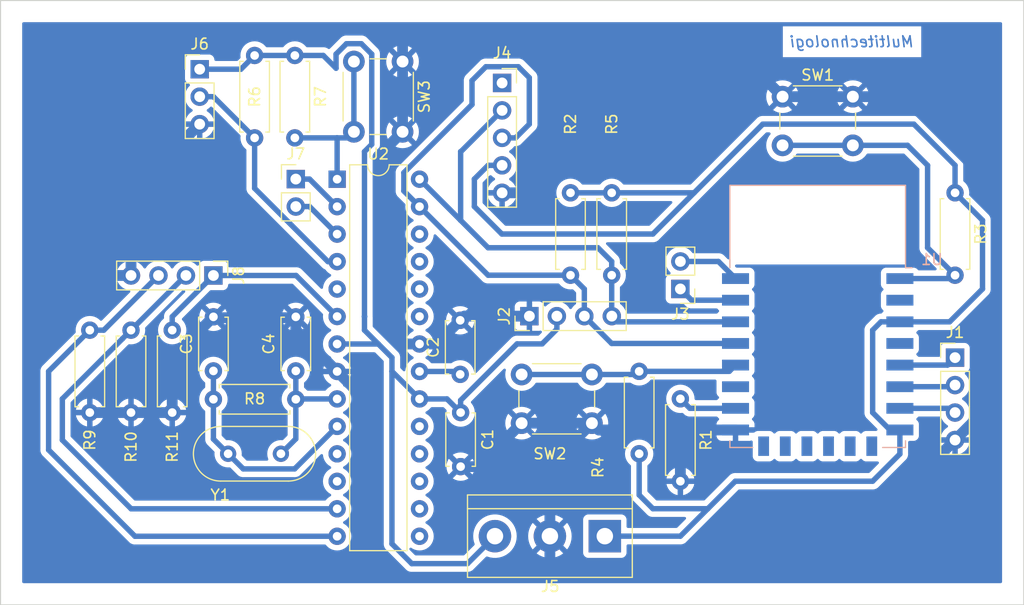
<source format=kicad_pcb>
(kicad_pcb (version 20211014) (generator pcbnew)
  (layers (0 "F.Cu" signal) (31 "B.Cu" signal) (34 "B.Paste" user) (35 "F.Paste" user) (36 "B.SilkS" user "B.Silkscreen") (37 "F.SilkS" user "F.Silkscreen") (38 "B.Mask" user) (39 "F.Mask" user) (44 "Edge.Cuts" user))
  (net 0 "")
  (net 1 "+5V")
  (net 2 "GND")
  (net 3 "Net-(C2-Pad1)")
  (net 4 "Net-(C3-Pad1)")
  (net 5 "Net-(C4-Pad1)")
  (net 6 "/UP")
  (net 7 "/DOWN")
  (net 8 "/SET")
  (net 9 "/SDA")
  (net 10 "/SCL")
  (net 11 "/OS")
  (net 12 "+3.3V")
  (net 13 "/DQ")
  (net 14 "/CH1")
  (net 15 "/CH2")
  (net 16 "/CH3")
  (net 17 "/RX_ESP")
  (net 18 "/TX_ESP")
  (net 19 "Net-(R1-Pad1)")
  (net 20 "Net-(R3-Pad2)")
  (net 21 "Net-(R4-Pad2)")
  (net 22 "Net-(R7-Pad2)")
  (net 44 "/RX_ATMega")
  (net 45 "/TX_ATMega")
  (footprint "Connector_PinHeader_2.54mm:PinHeader_1x02_P2.54mm_Vertical" (layer "F.Cu") (at 81.915 45.72 180)
    (fp_text reference "J3" (at 0 -2.33 180) (layer "F.SilkS"))
    (fp_text value "Serial ESP")
    (fp_line (start -1.33 1.27) (end 1.33 1.27) (layer "F.SilkS") (width 0.12))
    (fp_line (start 1.33 1.27) (end 1.33 3.87) (layer "F.SilkS") (width 0.12))
    (fp_line (start -1.33 0) (end -1.33 -1.33) (layer "F.SilkS") (width 0.12))
    (fp_line (start -1.33 3.87) (end 1.33 3.87) (layer "F.SilkS") (width 0.12))
    (fp_line (start -1.33 -1.33) (end 0 -1.33) (layer "F.SilkS") (width 0.12))
    (fp_line (start -1.33 1.27) (end -1.33 3.87) (layer "F.SilkS") (width 0.12))
    (pad "1" thru_hole rect (at 0 0 180) (size 1.7 1.7) (drill 1) (layers *.Cu *.Mask) (net 18 "/TX_ESP"))
    (pad "2" thru_hole oval (at 0 2.54 180) (size 1.7 1.7) (drill 1) (layers *.Cu *.Mask) (net 17 "/RX_ESP"))
  )
  (footprint "Button_Switch_THT:SW_PUSH_6mm" (layer "F.Cu") (at 73.735 58.13 180)
    (fp_text reference "SW2" (at 3.885 -2.83) (layer "F.SilkS"))
    (fp_text value "UART")
    (fp_line (start 1 5.5) (end 5.5 5.5) (layer "F.SilkS") (width 0.12))
    (fp_line (start 6.75 3) (end 6.75 1.5) (layer "F.SilkS") (width 0.12))
    (fp_line (start -0.25 1.5) (end -0.25 3) (layer "F.SilkS") (width 0.12))
    (fp_line (start 5.5 -1) (end 1 -1) (layer "F.SilkS") (width 0.12))
    (pad "1" thru_hole circle (at 0 0 270) (size 2 2) (drill 1.1) (layers *.Cu *.Mask) (net 2 "GND"))
    (pad "1" thru_hole circle (at 6.5 0 270) (size 2 2) (drill 1.1) (layers *.Cu *.Mask) (net 2 "GND"))
    (pad "2" thru_hole circle (at 6.5 4.5 270) (size 2 2) (drill 1.1) (layers *.Cu *.Mask) (net 21 "Net-(R4-Pad2)"))
    (pad "2" thru_hole circle (at 0 4.5 270) (size 2 2) (drill 1.1) (layers *.Cu *.Mask) (net 21 "Net-(R4-Pad2)"))
  )
  (footprint "Capacitor_THT:C_Disc_D4.7mm_W2.5mm_P5.00mm" (layer "F.Cu") (at 38.735 53.3 90)
    (fp_text reference "C3" (at 2.5 -2.5 90) (layer "F.SilkS"))
    (fp_text value "22pf")
    (fp_line (start 0.03 1.055) (end 0.03 1.37) (layer "F.SilkS") (width 0.12))
    (fp_line (start 4.97 1.055) (end 4.97 1.37) (layer "F.SilkS") (width 0.12))
    (fp_line (start 0.03 1.37) (end 4.97 1.37) (layer "F.SilkS") (width 0.12))
    (fp_line (start 0.03 -1.37) (end 0.03 -1.055) (layer "F.SilkS") (width 0.12))
    (fp_line (start 0.03 -1.37) (end 4.97 -1.37) (layer "F.SilkS") (width 0.12))
    (fp_line (start 4.97 -1.37) (end 4.97 -1.055) (layer "F.SilkS") (width 0.12))
    (pad "1" thru_hole circle (at 0 0 90) (size 1.6 1.6) (drill 0.8) (layers *.Cu *.Mask) (net 4 "Net-(C3-Pad1)"))
    (pad "2" thru_hole circle (at 5 0 90) (size 1.6 1.6) (drill 0.8) (layers *.Cu *.Mask) (net 2 "GND"))
  )
  (footprint "Button_Switch_THT:SW_PUSH_6mm" (layer "F.Cu") (at 91.365 27.94)
    (fp_text reference "SW1" (at 3.25 -2) (layer "F.SilkS"))
    (fp_text value "Reset ESP")
    (fp_line (start 6.75 3) (end 6.75 1.5) (layer "F.SilkS") (width 0.12))
    (fp_line (start -0.25 1.5) (end -0.25 3) (layer "F.SilkS") (width 0.12))
    (fp_line (start 5.5 -1) (end 1 -1) (layer "F.SilkS") (width 0.12))
    (fp_line (start 1 5.5) (end 5.5 5.5) (layer "F.SilkS") (width 0.12))
    (pad "1" thru_hole circle (at 6.5 0 90) (size 2 2) (drill 1.1) (layers *.Cu *.Mask) (net 2 "GND"))
    (pad "1" thru_hole circle (at 0 0 90) (size 2 2) (drill 1.1) (layers *.Cu *.Mask) (net 2 "GND"))
    (pad "2" thru_hole circle (at 6.5 4.5 90) (size 2 2) (drill 1.1) (layers *.Cu *.Mask) (net 20 "Net-(R3-Pad2)"))
    (pad "2" thru_hole circle (at 0 4.5 90) (size 2 2) (drill 1.1) (layers *.Cu *.Mask) (net 20 "Net-(R3-Pad2)"))
  )
  (footprint "Connector_PinSocket_2.54mm:PinSocket_1x05_P2.54mm_Vertical" (layer "F.Cu") (at 65.43 26.67)
    (fp_text reference "J4" (at 0 -2.77) (layer "F.SilkS"))
    (fp_text value "RTC DS1307")
    (fp_line (start 1.33 -1.33) (end 1.33 0) (layer "F.SilkS") (width 0.12))
    (fp_line (start -1.33 1.27) (end 1.33 1.27) (layer "F.SilkS") (width 0.12))
    (fp_line (start -1.33 11.49) (end 1.33 11.49) (layer "F.SilkS") (width 0.12))
    (fp_line (start 1.33 1.27) (end 1.33 11.49) (layer "F.SilkS") (width 0.12))
    (fp_line (start -1.33 1.27) (end -1.33 11.49) (layer "F.SilkS") (width 0.12))
    (fp_line (start 0 -1.33) (end 1.33 -1.33) (layer "F.SilkS") (width 0.12))
    (pad "1" thru_hole rect (at 0 0) (size 1.7 1.7) (drill 1) (layers *.Cu *.Mask) (net 11 "/OS"))
    (pad "2" thru_hole oval (at 0 2.54) (size 1.7 1.7) (drill 1) (layers *.Cu *.Mask) (net 10 "/SCL"))
    (pad "3" thru_hole oval (at 0 5.08) (size 1.7 1.7) (drill 1) (layers *.Cu *.Mask) (net 9 "/SDA"))
    (pad "4" thru_hole oval (at 0 7.62) (size 1.7 1.7) (drill 1) (layers *.Cu *.Mask) (net 12 "+3.3V"))
    (pad "5" thru_hole oval (at 0 10.16) (size 1.7 1.7) (drill 1) (layers *.Cu *.Mask) (net 2 "GND"))
  )
  (footprint "Resistor_THT:R_Axial_DIN0207_L6.3mm_D2.5mm_P7.62mm_Horizontal" (layer "F.Cu") (at 107.315 36.83 -90)
    (fp_text reference "R3" (at 3.81 -2.37 -270) (layer "F.SilkS"))
    (fp_text value "4,7k")
    (fp_line (start 0.54 1.37) (end 7.08 1.37) (layer "F.SilkS") (width 0.12))
    (fp_line (start 0.54 -1.04) (end 0.54 -1.37) (layer "F.SilkS") (width 0.12))
    (fp_line (start 7.08 -1.37) (end 7.08 -1.04) (layer "F.SilkS") (width 0.12))
    (fp_line (start 0.54 1.04) (end 0.54 1.37) (layer "F.SilkS") (width 0.12))
    (fp_line (start 0.54 -1.37) (end 7.08 -1.37) (layer "F.SilkS") (width 0.12))
    (fp_line (start 7.08 1.37) (end 7.08 1.04) (layer "F.SilkS") (width 0.12))
    (pad "1" thru_hole circle (at 0 0 270) (size 1.6 1.6) (drill 0.8) (layers *.Cu *.Mask) (net 12 "+3.3V"))
    (pad "2" thru_hole oval (at 7.62 0 270) (size 1.6 1.6) (drill 0.8) (layers *.Cu *.Mask) (net 20 "Net-(R3-Pad2)"))
  )
  (footprint "Resistor_THT:R_Axial_DIN0207_L6.3mm_D2.5mm_P7.62mm_Horizontal" (layer "F.Cu") (at 27.305 49.53 -90)
    (fp_text reference "R9" (at 10.16 0 90) (layer "F.SilkS"))
    (fp_text value "4.7k")
    (fp_line (start 7.08 -1.37) (end 7.08 -1.04) (layer "F.SilkS") (width 0.12))
    (fp_line (start 0.54 -1.04) (end 0.54 -1.37) (layer "F.SilkS") (width 0.12))
    (fp_line (start 0.54 -1.37) (end 7.08 -1.37) (layer "F.SilkS") (width 0.12))
    (fp_line (start 0.54 1.04) (end 0.54 1.37) (layer "F.SilkS") (width 0.12))
    (fp_line (start 7.08 1.37) (end 7.08 1.04) (layer "F.SilkS") (width 0.12))
    (fp_line (start 0.54 1.37) (end 7.08 1.37) (layer "F.SilkS") (width 0.12))
    (pad "1" thru_hole circle (at 0 0 270) (size 1.6 1.6) (drill 0.8) (layers *.Cu *.Mask) (net 16 "/CH3"))
    (pad "2" thru_hole oval (at 7.62 0 270) (size 1.6 1.6) (drill 0.8) (layers *.Cu *.Mask) (net 2 "GND"))
  )
  (footprint "Resistor_THT:R_Axial_DIN0207_L6.3mm_D2.5mm_P7.62mm_Horizontal" (layer "F.Cu") (at 31.115 49.53 -90)
    (fp_text reference "R10" (at 10.795 0 90) (layer "F.SilkS"))
    (fp_text value "4.7k")
    (fp_line (start 0.54 -1.04) (end 0.54 -1.37) (layer "F.SilkS") (width 0.12))
    (fp_line (start 0.54 1.37) (end 7.08 1.37) (layer "F.SilkS") (width 0.12))
    (fp_line (start 7.08 1.37) (end 7.08 1.04) (layer "F.SilkS") (width 0.12))
    (fp_line (start 7.08 -1.37) (end 7.08 -1.04) (layer "F.SilkS") (width 0.12))
    (fp_line (start 0.54 1.04) (end 0.54 1.37) (layer "F.SilkS") (width 0.12))
    (fp_line (start 0.54 -1.37) (end 7.08 -1.37) (layer "F.SilkS") (width 0.12))
    (pad "1" thru_hole circle (at 0 0 270) (size 1.6 1.6) (drill 0.8) (layers *.Cu *.Mask) (net 15 "/CH2"))
    (pad "2" thru_hole oval (at 7.62 0 270) (size 1.6 1.6) (drill 0.8) (layers *.Cu *.Mask) (net 2 "GND"))
  )
  (footprint "Crystal:Crystal_HC49-U_Vertical" (layer "F.Cu") (at 40.095 60.96)
    (fp_text reference "Y1" (at -0.725 3.81) (layer "F.SilkS"))
    (fp_text value "16MHz")
    (fp_line (start -0.685 -2.525) (end 5.565 -2.525) (layer "F.SilkS") (width 0.12))
    (fp_line (start -0.685 2.525) (end 5.565 2.525) (layer "F.SilkS") (width 0.12))
    (fp_arc (start -0.685 2.525) (mid -3.21 0) (end -0.685 -2.525) (layer "F.SilkS") (width 0.12))
    (fp_arc (start 5.565 -2.525) (mid 8.09 0) (end 5.565 2.525) (layer "F.SilkS") (width 0.12))
    (pad "1" thru_hole circle (at 0 0) (size 1.5 1.5) (drill 0.8) (layers *.Cu *.Mask) (net 4 "Net-(C3-Pad1)"))
    (pad "2" thru_hole circle (at 4.88 0) (size 1.5 1.5) (drill 0.8) (layers *.Cu *.Mask) (net 5 "Net-(C4-Pad1)"))
  )
  (footprint "Resistor_THT:R_Axial_DIN0207_L6.3mm_D2.5mm_P7.62mm_Horizontal" (layer "F.Cu") (at 34.925 49.53 -90)
    (fp_text reference "R11" (at 10.795 0 90) (layer "F.SilkS"))
    (fp_text value "4.7k")
    (fp_line (start 0.54 -1.04) (end 0.54 -1.37) (layer "F.SilkS") (width 0.12))
    (fp_line (start 7.08 1.37) (end 7.08 1.04) (layer "F.SilkS") (width 0.12))
    (fp_line (start 0.54 -1.37) (end 7.08 -1.37) (layer "F.SilkS") (width 0.12))
    (fp_line (start 7.08 -1.37) (end 7.08 -1.04) (layer "F.SilkS") (width 0.12))
    (fp_line (start 0.54 1.37) (end 7.08 1.37) (layer "F.SilkS") (width 0.12))
    (fp_line (start 0.54 1.04) (end 0.54 1.37) (layer "F.SilkS") (width 0.12))
    (pad "1" thru_hole circle (at 0 0 270) (size 1.6 1.6) (drill 0.8) (layers *.Cu *.Mask) (net 14 "/CH1"))
    (pad "2" thru_hole oval (at 7.62 0 270) (size 1.6 1.6) (drill 0.8) (layers *.Cu *.Mask) (net 2 "GND"))
  )
  (footprint "Connector_PinHeader_2.54mm:PinHeader_1x04_P2.54mm_Vertical" (layer "F.Cu") (at 107.315 52.07)
    (fp_text reference "J1" (at 0 -2.33) (layer "F.SilkS"))
    (fp_text value "Nav Pin")
    (fp_line (start -1.33 0) (end -1.33 -1.33) (layer "F.SilkS") (width 0.12))
    (fp_line (start -1.33 -1.33) (end 0 -1.33) (layer "F.SilkS") (width 0.12))
    (fp_line (start -1.33 1.27) (end 1.33 1.27) (layer "F.SilkS") (width 0.12))
    (fp_line (start -1.33 8.95) (end 1.33 8.95) (layer "F.SilkS") (width 0.12))
    (fp_line (start -1.33 1.27) (end -1.33 8.95) (layer "F.SilkS") (width 0.12))
    (fp_line (start 1.33 1.27) (end 1.33 8.95) (layer "F.SilkS") (width 0.12))
    (pad "1" thru_hole rect (at 0 0) (size 1.7 1.7) (drill 1) (layers *.Cu *.Mask) (net 6 "/UP"))
    (pad "2" thru_hole oval (at 0 2.54) (size 1.7 1.7) (drill 1) (layers *.Cu *.Mask) (net 7 "/DOWN"))
    (pad "3" thru_hole oval (at 0 5.08) (size 1.7 1.7) (drill 1) (layers *.Cu *.Mask) (net 8 "/SET"))
    (pad "4" thru_hole oval (at 0 7.62) (size 1.7 1.7) (drill 1) (layers *.Cu *.Mask) (net 2 "GND"))
  )
  (footprint "Resistor_THT:R_Axial_DIN0207_L6.3mm_D2.5mm_P7.62mm_Horizontal" (layer "F.Cu") (at 78.105 60.96 90)
    (fp_text reference "R4" (at -1.27 -3.81 90) (layer "F.SilkS"))
    (fp_text value "4,7k")
    (fp_line (start 0.54 -1.37) (end 7.08 -1.37) (layer "F.SilkS") (width 0.12))
    (fp_line (start 7.08 1.37) (end 7.08 1.04) (layer "F.SilkS") (width 0.12))
    (fp_line (start 0.54 -1.04) (end 0.54 -1.37) (layer "F.SilkS") (width 0.12))
    (fp_line (start 0.54 1.04) (end 0.54 1.37) (layer "F.SilkS") (width 0.12))
    (fp_line (start 7.08 -1.37) (end 7.08 -1.04) (layer "F.SilkS") (width 0.12))
    (fp_line (start 0.54 1.37) (end 7.08 1.37) (layer "F.SilkS") (width 0.12))
    (pad "1" thru_hole circle (at 0 0 90) (size 1.6 1.6) (drill 0.8) (layers *.Cu *.Mask) (net 12 "+3.3V"))
    (pad "2" thru_hole oval (at 7.62 0 90) (size 1.6 1.6) (drill 0.8) (layers *.Cu *.Mask) (net 21 "Net-(R4-Pad2)"))
  )
  (footprint "Connector_PinHeader_2.54mm:PinHeader_1x02_P2.54mm_Vertical" (layer "F.Cu") (at 46.355 35.56)
    (fp_text reference "J7" (at 0 -2.33) (layer "F.SilkS"))
    (fp_text value "Serial ATMega")
    (fp_line (start -1.33 1.27) (end -1.33 3.87) (layer "F.SilkS") (width 0.12))
    (fp_line (start -1.33 3.87) (end 1.33 3.87) (layer "F.SilkS") (width 0.12))
    (fp_line (start 1.33 1.27) (end 1.33 3.87) (layer "F.SilkS") (width 0.12))
    (fp_line (start -1.33 1.27) (end 1.33 1.27) (layer "F.SilkS") (width 0.12))
    (fp_line (start -1.33 0) (end -1.33 -1.33) (layer "F.SilkS") (width 0.12))
    (fp_line (start -1.33 -1.33) (end 0 -1.33) (layer "F.SilkS") (width 0.12))
    (pad "1" thru_hole rect (at 0 0) (size 1.7 1.7) (drill 1) (layers *.Cu *.Mask) (net 45 "/TX_ATMega"))
    (pad "2" thru_hole oval (at 0 2.54) (size 1.7 1.7) (drill 1) (layers *.Cu *.Mask) (net 44 "/RX_ATMega"))
  )
  (footprint "Connector_PinHeader_2.54mm:PinHeader_1x04_P2.54mm_Vertical" (layer "F.Cu") (at 67.955 48.235 90)
    (fp_text reference "J2" (at 0 -2.33 90) (layer "F.SilkS"))
    (fp_text value "LCD I2C")
    (fp_line (start -1.33 1.27) (end 1.33 1.27) (layer "F.SilkS") (width 0.12))
    (fp_line (start 1.33 1.27) (end 1.33 8.95) (layer "F.SilkS") (width 0.12))
    (fp_line (start -1.33 -1.33) (end 0 -1.33) (layer "F.SilkS") (width 0.12))
    (fp_line (start -1.33 1.27) (end -1.33 8.95) (layer "F.SilkS") (width 0.12))
    (fp_line (start -1.33 0) (end -1.33 -1.33) (layer "F.SilkS") (width 0.12))
    (fp_line (start -1.33 8.95) (end 1.33 8.95) (layer "F.SilkS") (width 0.12))
    (pad "1" thru_hole rect (at 0 0 90) (size 1.7 1.7) (drill 1) (layers *.Cu *.Mask) (net 2 "GND"))
    (pad "2" thru_hole oval (at 0 2.54 90) (size 1.7 1.7) (drill 1) (layers *.Cu *.Mask) (net 1 "+5V"))
    (pad "3" thru_hole oval (at 0 5.08 90) (size 1.7 1.7) (drill 1) (layers *.Cu *.Mask) (net 9 "/SDA"))
    (pad "4" thru_hole oval (at 0 7.62 90) (size 1.7 1.7) (drill 1) (layers *.Cu *.Mask) (net 10 "/SCL"))
  )
  (footprint "TerminalBlock:TerminalBlock_bornier-3_P5.08mm" (layer "F.Cu") (at 74.93 68.58 180)
    (fp_text reference "J5" (at 5.05 -4.65 180) (layer "F.SilkS"))
    (fp_text value "PWR")
    (fp_line (start -2.54 3.81) (end 12.7 3.81) (layer "F.SilkS") (width 0.12))
    (fp_line (start 12.7 3.81) (end 12.7 -3.81) (layer "F.SilkS") (width 0.12))
    (fp_line (start -2.54 -3.81) (end 12.7 -3.81) (layer "F.SilkS") (width 0.12))
    (fp_line (start -2.54 3.81) (end -2.54 -3.81) (layer "F.SilkS") (width 0.12))
    (fp_line (start -2.54 2.54) (end 12.7 2.54) (layer "F.SilkS") (width 0.12))
    (pad "1" thru_hole rect (at 0 0 180) (size 3 3) (drill 1.52) (layers *.Cu *.Mask) (net 12 "+3.3V"))
    (pad "2" thru_hole circle (at 5.08 0 180) (size 3 3) (drill 1.52) (layers *.Cu *.Mask) (net 2 "GND"))
    (pad "3" thru_hole circle (at 10.16 0 180) (size 3 3) (drill 1.52) (layers *.Cu *.Mask) (net 1 "+5V"))
  )
  (footprint "Resistor_THT:R_Axial_DIN0207_L6.3mm_D2.5mm_P7.62mm_Horizontal" (layer "F.Cu") (at 42.545 31.75 90)
    (fp_text reference "R6" (at 3.81 0 90) (layer "F.SilkS"))
    (fp_text value "4.7k")
    (fp_line (start 7.08 1.37) (end 7.08 1.04) (layer "F.SilkS") (width 0.12))
    (fp_line (start 7.08 -1.37) (end 7.08 -1.04) (layer "F.SilkS") (width 0.12))
    (fp_line (start 0.54 -1.04) (end 0.54 -1.37) (layer "F.SilkS") (width 0.12))
    (fp_line (start 0.54 -1.37) (end 7.08 -1.37) (layer "F.SilkS") (width 0.12))
    (fp_line (start 0.54 1.04) (end 0.54 1.37) (layer "F.SilkS") (width 0.12))
    (fp_line (start 0.54 1.37) (end 7.08 1.37) (layer "F.SilkS") (width 0.12))
    (pad "1" thru_hole circle (at 0 0 90) (size 1.6 1.6) (drill 0.8) (layers *.Cu *.Mask) (net 13 "/DQ"))
    (pad "2" thru_hole oval (at 7.62 0 90) (size 1.6 1.6) (drill 0.8) (layers *.Cu *.Mask) (net 1 "+5V"))
  )
  (footprint "Resistor_THT:R_Axial_DIN0207_L6.3mm_D2.5mm_P7.62mm_Horizontal" (layer "F.Cu") (at 81.915 55.88 -90)
    (fp_text reference "R1" (at 3.81 -2.37 90) (layer "F.SilkS"))
    (fp_text value "4,7k")
    (fp_line (start 0.54 -1.37) (end 7.08 -1.37) (layer "F.SilkS") (width 0.12))
    (fp_line (start 0.54 -1.04) (end 0.54 -1.37) (layer "F.SilkS") (width 0.12))
    (fp_line (start 0.54 1.37) (end 7.08 1.37) (layer "F.SilkS") (width 0.12))
    (fp_line (start 7.08 1.37) (end 7.08 1.04) (layer "F.SilkS") (width 0.12))
    (fp_line (start 7.08 -1.37) (end 7.08 -1.04) (layer "F.SilkS") (width 0.12))
    (fp_line (start 0.54 1.04) (end 0.54 1.37) (layer "F.SilkS") (width 0.12))
    (pad "1" thru_hole circle (at 0 0 270) (size 1.6 1.6) (drill 0.8) (layers *.Cu *.Mask) (net 19 "Net-(R1-Pad1)"))
    (pad "2" thru_hole oval (at 7.62 0 270) (size 1.6 1.6) (drill 0.8) (layers *.Cu *.Mask) (net 2 "GND"))
  )
  (footprint "Package_DIP:DIP-28_W7.62mm" (layer "F.Cu") (at 50.175 35.57)
    (fp_text reference "U2" (at 3.8 -2.33) (layer "F.SilkS"))
    (fp_text value "ATmega328-P")
    (fp_line (start 6.46 34.35) (end 6.46 -1.33) (layer "F.SilkS") (width 0.12))
    (fp_line (start 6.46 -1.33) (end 4.81 -1.33) (layer "F.SilkS") (width 0.12))
    (fp_line (start 1.16 34.35) (end 6.46 34.35) (layer "F.SilkS") (width 0.12))
    (fp_line (start 2.81 -1.33) (end 1.16 -1.33) (layer "F.SilkS") (width 0.12))
    (fp_line (start 1.16 -1.33) (end 1.16 34.35) (layer "F.SilkS") (width 0.12))
    (fp_arc (start 4.81 -1.33) (mid 3.81 -0.33) (end 2.81 -1.33) (layer "F.SilkS") (width 0.12))
    (pad "1" thru_hole rect (at 0 0) (size 1.6 1.6) (drill 0.8) (layers *.Cu *.Mask) (net 22 "Net-(R7-Pad2)"))
    (pad "2" thru_hole oval (at 0 2.54) (size 1.6 1.6) (drill 0.8) (layers *.Cu *.Mask) (net 45 "/TX_ATMega"))
    (pad "3" thru_hole oval (at 0 5.08) (size 1.6 1.6) (drill 0.8) (layers *.Cu *.Mask) (net 44 "/RX_ATMega"))
    (pad "4" thru_hole oval (at 0 7.62) (size 1.6 1.6) (drill 0.8) (layers *.Cu *.Mask) (net 13 "/DQ"))
    (pad "5" thru_hole oval (at 0 10.16) (size 1.6 1.6) (drill 0.8) (layers *.Cu *.Mask))
    (pad "6" thru_hole oval (at 0 12.7) (size 1.6 1.6) (drill 0.8) (layers *.Cu *.Mask) (net 14 "/CH1"))
    (pad "7" thru_hole oval (at 0 15.24) (size 1.6 1.6) (drill 0.8) (layers *.Cu *.Mask) (net 1 "+5V"))
    (pad "8" thru_hole oval (at 0 17.78) (size 1.6 1.6) (drill 0.8) (layers *.Cu *.Mask) (net 2 "GND"))
    (pad "9" thru_hole oval (at 0 20.32) (size 1.6 1.6) (drill 0.8) (layers *.Cu *.Mask) (net 5 "Net-(C4-Pad1)"))
    (pad "10" thru_hole oval (at 0 22.86) (size 1.6 1.6) (drill 0.8) (layers *.Cu *.Mask) (net 4 "Net-(C3-Pad1)"))
    (pad "11" thru_hole oval (at 0 25.4) (size 1.6 1.6) (drill 0.8) (layers *.Cu *.Mask))
    (pad "12" thru_hole oval (at 0 27.94) (size 1.6 1.6) (drill 0.8) (layers *.Cu *.Mask))
    (pad "13" thru_hole oval (at 0 30.48) (size 1.6 1.6) (drill 0.8) (layers *.Cu *.Mask) (net 15 "/CH2"))
    (pad "14" thru_hole oval (at 0 33.02) (size 1.6 1.6) (drill 0.8) (layers *.Cu *.Mask) (net 16 "/CH3"))
    (pad "15" thru_hole oval (at 7.62 33.02) (size 1.6 1.6) (drill 0.8) (layers *.Cu *.Mask))
    (pad "16" thru_hole oval (at 7.62 30.48) (size 1.6 1.6) (drill 0.8) (layers *.Cu *.Mask))
    (pad "17" thru_hole oval (at 7.62 27.94) (size 1.6 1.6) (drill 0.8) (layers *.Cu *.Mask))
    (pad "18" thru_hole oval (at 7.62 25.4) (size 1.6 1.6) (drill 0.8) (layers *.Cu *.Mask))
    (pad "19" thru_hole oval (at 7.62 22.86) (size 1.6 1.6) (drill 0.8) (layers *.Cu *.Mask))
    (pad "20" thru_hole oval (at 7.62 20.32) (size 1.6 1.6) (drill 0.8) (layers *.Cu *.Mask) (net 1 "+5V"))
    (pad "21" thru_hole oval (at 7.62 17.78) (size 1.6 1.6) (drill 0.8) (layers *.Cu *.Mask) (net 3 "Net-(C2-Pad1)"))
    (pad "22" thru_hole oval (at 7.62 15.24) (size 1.6 1.6) (drill 0.8) (layers *.Cu *.Mask) (net 2 "GND"))
    (pad "23" thru_hole oval (at 7.62 12.7) (size 1.6 1.6) (drill 0.8) (layers *.Cu *.Mask))
    (pad "24" thru_hole oval (at 7.62 10.16) (size 1.6 1.6) (drill 0.8) (layers *.Cu *.Mask))
    (pad "25" thru_hole oval (at 7.62 7.62) (size 1.6 1.6) (drill 0.8) (layers *.Cu *.Mask))
    (pad "26" thru_hole oval (at 7.62 5.08) (size 1.6 1.6) (drill 0.8) (layers *.Cu *.Mask))
    (pad "27" thru_hole oval (at 7.62 2.54) (size 1.6 1.6) (drill 0.8) (layers *.Cu *.Mask) (net 9 "/SDA"))
    (pad "28" thru_hole oval (at 7.62 0) (size 1.6 1.6) (drill 0.8) (layers *.Cu *.Mask) (net 10 "/SCL"))
  )
  (footprint "Button_Switch_THT:SW_PUSH_6mm" (layer "F.Cu") (at 56.225 24.69 -90)
    (fp_text reference "SW3" (at 3.25 -2 90) (layer "F.SilkS"))
    (fp_text value "Reset ATMega")
    (fp_line (start 5.5 -1) (end 1 -1) (layer "F.SilkS") (width 0.12))
    (fp_line (start 1 5.5) (end 5.5 5.5) (layer "F.SilkS") (width 0.12))
    (fp_line (start 6.75 3) (end 6.75 1.5) (layer "F.SilkS") (width 0.12))
    (fp_line (start -0.25 1.5) (end -0.25 3) (layer "F.SilkS") (width 0.12))
    (pad "1" thru_hole circle (at 6.5 0) (size 2 2) (drill 1.1) (layers *.Cu *.Mask) (net 2 "GND"))
    (pad "1" thru_hole circle (at 0 0) (size 2 2) (drill 1.1) (layers *.Cu *.Mask) (net 2 "GND"))
    (pad "2" thru_hole circle (at 0 4.5) (size 2 2) (drill 1.1) (layers *.Cu *.Mask) (net 22 "Net-(R7-Pad2)"))
    (pad "2" thru_hole circle (at 6.5 4.5) (size 2 2) (drill 1.1) (layers *.Cu *.Mask) (net 22 "Net-(R7-Pad2)"))
  )
  (footprint "Resistor_THT:R_Axial_DIN0207_L6.3mm_D2.5mm_P7.62mm_Horizontal" (layer "F.Cu") (at 71.755 36.83 -90)
    (fp_text reference "R2" (at -6.35 0 -270) (layer "F.SilkS"))
    (fp_text value "4,7k")
    (fp_line (start 7.08 1.37) (end 7.08 1.04) (layer "F.SilkS") (width 0.12))
    (fp_line (start 0.54 -1.04) (end 0.54 -1.37) (layer "F.SilkS") (width 0.12))
    (fp_line (start 7.08 -1.37) (end 7.08 -1.04) (layer "F.SilkS") (width 0.12))
    (fp_line (start 0.54 1.37) (end 7.08 1.37) (layer "F.SilkS") (width 0.12))
    (fp_line (start 0.54 1.04) (end 0.54 1.37) (layer "F.SilkS") (width 0.12))
    (fp_line (start 0.54 -1.37) (end 7.08 -1.37) (layer "F.SilkS") (width 0.12))
    (pad "1" thru_hole circle (at 0 0 270) (size 1.6 1.6) (drill 0.8) (layers *.Cu *.Mask) (net 12 "+3.3V"))
    (pad "2" thru_hole oval (at 7.62 0 270) (size 1.6 1.6) (drill 0.8) (layers *.Cu *.Mask) (net 9 "/SDA"))
  )
  (footprint "Capacitor_THT:C_Disc_D4.7mm_W2.5mm_P5.00mm" (layer "F.Cu") (at 61.555 53.62 90)
    (fp_text reference "C2" (at 2.5 -2.5 90) (layer "F.SilkS"))
    (fp_text value "100nf")
    (fp_line (start 0.03 -1.37) (end 4.97 -1.37) (layer "F.SilkS") (width 0.12))
    (fp_line (start 0.03 1.055) (end 0.03 1.37) (layer "F.SilkS") (width 0.12))
    (fp_line (start 4.97 -1.37) (end 4.97 -1.055) (layer "F.SilkS") (width 0.12))
    (fp_line (start 0.03 1.37) (end 4.97 1.37) (layer "F.SilkS") (width 0.12))
    (fp_line (start 0.03 -1.37) (end 0.03 -1.055) (layer "F.SilkS") (width 0.12))
    (fp_line (start 4.97 1.055) (end 4.97 1.37) (layer "F.SilkS") (width 0.12))
    (pad "1" thru_hole circle (at 0 0 90) (size 1.6 1.6) (drill 0.8) (layers *.Cu *.Mask) (net 3 "Net-(C2-Pad1)"))
    (pad "2" thru_hole circle (at 5 0 90) (size 1.6 1.6) (drill 0.8) (layers *.Cu *.Mask) (net 2 "GND"))
  )
  (footprint "Resistor_THT:R_Axial_DIN0207_L6.3mm_D2.5mm_P7.62mm_Horizontal" (layer "F.Cu") (at 46.265286 24.13 -90)
    (fp_text reference "R7" (at 3.81 -2.37 90) (layer "F.SilkS"))
    (fp_text value "4.7k")
    (fp_line (start 7.08 1.37) (end 7.08 1.04) (layer "F.SilkS") (width 0.12))
    (fp_line (start 0.54 1.04) (end 0.54 1.37) (layer "F.SilkS") (width 0.12))
    (fp_line (start 0.54 1.37) (end 7.08 1.37) (layer "F.SilkS") (width 0.12))
    (fp_line (start 0.54 -1.04) (end 0.54 -1.37) (layer "F.SilkS") (width 0.12))
    (fp_line (start 0.54 -1.37) (end 7.08 -1.37) (layer "F.SilkS") (width 0.12))
    (fp_line (start 7.08 -1.37) (end 7.08 -1.04) (layer "F.SilkS") (width 0.12))
    (pad "1" thru_hole circle (at 0 0 270) (size 1.6 1.6) (drill 0.8) (layers *.Cu *.Mask) (net 1 "+5V"))
    (pad "2" thru_hole oval (at 7.62 0 270) (size 1.6 1.6) (drill 0.8) (layers *.Cu *.Mask) (net 22 "Net-(R7-Pad2)"))
  )
  (footprint "Resistor_THT:R_Axial_DIN0207_L6.3mm_D2.5mm_P7.62mm_Horizontal" (layer "F.Cu") (at 46.355 55.92 180)
    (fp_text reference "R8" (at 3.81 0.04) (layer "F.SilkS"))
    (fp_text value "1M")
    (fp_line (start 0.54 -1.37) (end 7.08 -1.37) (layer "F.SilkS") (width 0.12))
    (fp_line (start 0.54 -1.04) (end 0.54 -1.37) (layer "F.SilkS") (width 0.12))
    (fp_line (start 0.54 1.04) (end 0.54 1.37) (layer "F.SilkS") (width 0.12))
    (fp_line (start 7.08 -1.37) (end 7.08 -1.04) (layer "F.SilkS") (width 0.12))
    (fp_line (start 7.08 1.37) (end 7.08 1.04) (layer "F.SilkS") (width 0.12))
    (fp_line (start 0.54 1.37) (end 7.08 1.37) (layer "F.SilkS") (width 0.12))
    (pad "1" thru_hole circle (at 0 0 180) (size 1.6 1.6) (drill 0.8) (layers *.Cu *.Mask) (net 5 "Net-(C4-Pad1)"))
    (pad "2" thru_hole oval (at 7.62 0 180) (size 1.6 1.6) (drill 0.8) (layers *.Cu *.Mask) (net 4 "Net-(C3-Pad1)"))
  )
  (footprint "Connector_PinHeader_2.54mm:PinHeader_1x03_P2.54mm_Vertical" (layer "F.Cu") (at 37.465 25.4)
    (fp_text reference "J6" (at 0 -2.33) (layer "F.SilkS"))
    (fp_text value "Temp DS18B20")
    (fp_line (start -1.33 -1.33) (end 0 -1.33) (layer "F.SilkS") (width 0.12))
    (fp_line (start -1.33 6.41) (end 1.33 6.41) (layer "F.SilkS") (width 0.12))
    (fp_line (start -1.33 1.27) (end -1.33 6.41) (layer "F.SilkS") (width 0.12))
    (fp_line (start -1.33 0) (end -1.33 -1.33) (layer "F.SilkS") (width 0.12))
    (fp_line (start -1.33 1.27) (end 1.33 1.27) (layer "F.SilkS") (width 0.12))
    (fp_line (start 1.33 1.27) (end 1.33 6.41) (layer "F.SilkS") (width 0.12))
    (pad "1" thru_hole rect (at 0 0) (size 1.7 1.7) (drill 1) (layers *.Cu *.Mask) (net 1 "+5V"))
    (pad "2" thru_hole oval (at 0 2.54) (size 1.7 1.7) (drill 1) (layers *.Cu *.Mask) (net 13 "/DQ"))
    (pad "3" thru_hole oval (at 0 5.08) (size 1.7 1.7) (drill 1) (layers *.Cu *.Mask) (net 2 "GND"))
  )
  (footprint "Resistor_THT:R_Axial_DIN0207_L6.3mm_D2.5mm_P7.62mm_Horizontal" (layer "F.Cu") (at 75.565 36.83 -90)
    (fp_text reference "R5" (at -6.35 0 -270) (layer "F.SilkS"))
    (fp_text value "4.7k")
    (fp_line (start 0.54 -1.04) (end 0.54 -1.37) (layer "F.SilkS") (width 0.12))
    (fp_line (start 7.08 -1.37) (end 7.08 -1.04) (layer "F.SilkS") (width 0.12))
    (fp_line (start 0.54 1.37) (end 7.08 1.37) (layer "F.SilkS") (width 0.12))
    (fp_line (start 0.54 1.04) (end 0.54 1.37) (layer "F.SilkS") (width 0.12))
    (fp_line (start 7.08 1.37) (end 7.08 1.04) (layer "F.SilkS") (width 0.12))
    (fp_line (start 0.54 -1.37) (end 7.08 -1.37) (layer "F.SilkS") (width 0.12))
    (pad "1" thru_hole circle (at 0 0 270) (size 1.6 1.6) (drill 0.8) (layers *.Cu *.Mask) (net 12 "+3.3V"))
    (pad "2" thru_hole oval (at 7.62 0 270) (size 1.6 1.6) (drill 0.8) (layers *.Cu *.Mask) (net 10 "/SCL"))
  )
  (footprint "Connector_PinHeader_2.54mm:PinHeader_1x04_P2.54mm_Vertical" (layer "F.Cu") (at 38.735 44.475 -90)
    (fp_text reference "J8" (at 0 -2.33 -90) (layer "F.SilkS"))
    (fp_text value "Relay Module")
    (fp_line (start -1.33 1.27) (end -1.33 8.95) (layer "F.SilkS") (width 0.12))
    (fp_line (start -1.33 -1.33) (end 0 -1.33) (layer "F.SilkS") (width 0.12))
    (fp_line (start -1.33 1.27) (end 1.33 1.27) (layer "F.SilkS") (width 0.12))
    (fp_line (start -1.33 8.95) (end 1.33 8.95) (layer "F.SilkS") (width 0.12))
    (fp_line (start 1.33 1.27) (end 1.33 8.95) (layer "F.SilkS") (width 0.12))
    (fp_line (start -1.33 0) (end -1.33 -1.33) (layer "F.SilkS") (width 0.12))
    (pad "1" thru_hole rect (at 0 0 270) (size 1.7 1.7) (drill 1) (layers *.Cu *.Mask) (net 14 "/CH1"))
    (pad "2" thru_hole oval (at 0 2.54 270) (size 1.7 1.7) (drill 1) (layers *.Cu *.Mask) (net 15 "/CH2"))
    (pad "3" thru_hole oval (at 0 5.08 270) (size 1.7 1.7) (drill 1) (layers *.Cu *.Mask) (net 16 "/CH3"))
    (pad "4" thru_hole oval (at 0 7.62 270) (size 1.7 1.7) (drill 1) (layers *.Cu *.Mask) (net 2 "GND"))
  )
  (footprint "Capacitor_THT:C_Disc_D4.7mm_W2.5mm_P5.00mm" (layer "F.Cu") (at 61.595 57.15 -90)
    (fp_text reference "C1" (at 2.5 -2.5 -90) (layer "F.SilkS"))
    (fp_text value "100nf")
    (fp_line (start 0.03 -1.37) (end 4.97 -1.37) (layer "F.SilkS") (width 0.12))
    (fp_line (start 0.03 1.37) (end 4.97 1.37) (layer "F.SilkS") (width 0.12))
    (fp_line (start 0.03 1.055) (end 0.03 1.37) (layer "F.SilkS") (width 0.12))
    (fp_line (start 0.03 -1.37) (end 0.03 -1.055) (layer "F.SilkS") (width 0.12))
    (fp_line (start 4.97 -1.37) (end 4.97 -1.055) (layer "F.SilkS") (width 0.12))
    (fp_line (start 4.97 1.055) (end 4.97 1.37) (layer "F.SilkS") (width 0.12))
    (pad "1" thru_hole circle (at 0 0 270) (size 1.6 1.6) (drill 0.8) (layers *.Cu *.Mask) (net 1 "+5V"))
    (pad "2" thru_hole circle (at 5 0 270) (size 1.6 1.6) (drill 0.8) (layers *.Cu *.Mask) (net 2 "GND"))
  )
  (footprint "Capacitor_THT:C_Disc_D4.7mm_W2.5mm_P5.00mm" (layer "F.Cu") (at 46.355 53.3 90)
    (fp_text reference "C4" (at 2.5 -2.5 90) (layer "F.SilkS"))
    (fp_text value "22pf")
    (fp_line (start 4.97 -1.37) (end 4.97 -1.055) (layer "F.SilkS") (width 0.12))
    (fp_line (start 0.03 1.37) (end 4.97 1.37) (layer "F.SilkS") (width 0.12))
    (fp_line (start 0.03 1.055) (end 0.03 1.37) (layer "F.SilkS") (width 0.12))
    (fp_line (start 0.03 -1.37) (end 0.03 -1.055) (layer "F.SilkS") (width 0.12))
    (fp_line (start 0.03 -1.37) (end 4.97 -1.37) (layer "F.SilkS") (width 0.12))
    (fp_line (start 4.97 1.055) (end 4.97 1.37) (layer "F.SilkS") (width 0.12))
    (pad "1" thru_hole circle (at 0 0 90) (size 1.6 1.6) (drill 0.8) (layers *.Cu *.Mask) (net 5 "Net-(C4-Pad1)"))
    (pad "2" thru_hole circle (at 5 0 90) (size 1.6 1.6) (drill 0.8) (layers *.Cu *.Mask) (net 2 "GND"))
  )
  (footprint "RF_Module:ESP-12E" (layer "B.Cu") (at 94.615 48.26 180)
    (fp_text reference "U1" (at -10.56 5.26) (layer "B.SilkS") (effects (justify mirror)))
    (fp_text value "ESP-12E")
    (fp_line (start -8.12 -12.12) (end -8.12 -11.5) (layer "B.SilkS") (width 0.12))
    (fp_line (start 8.12 -12.12) (end 6 -12.12) (layer "B.SilkS") (width 0.12))
    (fp_line (start 8.12 12.12) (end 8.12 4.5) (layer "B.SilkS") (width 0.12))
    (fp_line (start -8.12 4.5) (end -8.12 12.12) (layer "B.SilkS") (width 0.12))
    (fp_line (start -6 -12.12) (end -8.12 -12.12) (layer "B.SilkS") (width 0.12))
    (fp_line (start -8.12 12.12) (end 8.12 12.12) (layer "B.SilkS") (width 0.12))
    (fp_line (start -8.12 4.5) (end -8.73 4.5) (layer "B.SilkS") (width 0.12))
    (fp_line (start 8.12 -11.5) (end 8.12 -12.12) (layer "B.SilkS") (width 0.12))
    (pad "1" smd rect (at -7.6 3.5 180) (size 2.5 1) (layers "B.Cu" "B.Paste" "B.Mask") (net 20 "Net-(R3-Pad2)"))
    (pad "2" smd rect (at -7.6 1.5 180) (size 2.5 1) (layers "B.Cu" "B.Paste" "B.Mask"))
    (pad "3" smd rect (at -7.6 -0.5 180) (size 2.5 1) (layers "B.Cu" "B.Paste" "B.Mask") (net 12 "+3.3V"))
    (pad "4" smd rect (at -7.6 -2.5 180) (size 2.5 1) (layers "B.Cu" "B.Paste" "B.Mask"))
    (pad "5" smd rect (at -7.6 -4.5 180) (size 2.5 1) (layers "B.Cu" "B.Paste" "B.Mask") (net 6 "/UP"))
    (pad "6" smd rect (at -7.6 -6.5 180) (size 2.5 1) (layers "B.Cu" "B.Paste" "B.Mask") (net 7 "/DOWN"))
    (pad "7" smd rect (at -7.6 -8.5 180) (size 2.5 1) (layers "B.Cu" "B.Paste" "B.Mask") (net 8 "/SET"))
    (pad "8" smd rect (at -7.6 -10.5 180) (size 2.5 1) (layers "B.Cu" "B.Paste" "B.Mask") (net 12 "+3.3V"))
    (pad "9" smd rect (at -5 -12 180) (size 1 1.8) (layers "B.Cu" "B.Paste" "B.Mask"))
    (pad "10" smd rect (at -3 -12 180) (size 1 1.8) (layers "B.Cu" "B.Paste" "B.Mask"))
    (pad "11" smd rect (at -1 -12 180) (size 1 1.8) (layers "B.Cu" "B.Paste" "B.Mask"))
    (pad "12" smd rect (at 1 -12 180) (size 1 1.8) (layers "B.Cu" "B.Paste" "B.Mask"))
    (pad "13" smd rect (at 3 -12 180) (size 1 1.8) (layers "B.Cu" "B.Paste" "B.Mask"))
    (pad "14" smd rect (at 5 -12 180) (size 1 1.8) (layers "B.Cu" "B.Paste" "B.Mask"))
    (pad "15" smd rect (at 7.6 -10.5 180) (size 2.5 1) (layers "B.Cu" "B.Paste" "B.Mask") (net 2 "GND"))
    (pad "16" smd rect (at 7.6 -8.5 180) (size 2.5 1) (layers "B.Cu" "B.Paste" "B.Mask") (net 19 "Net-(R1-Pad1)"))
    (pad "17" smd rect (at 7.6 -6.5 180) (size 2.5 1) (layers "B.Cu" "B.Paste" "B.Mask"))
    (pad "18" smd rect (at 7.6 -4.5 180) (size 2.5 1) (layers "B.Cu" "B.Paste" "B.Mask") (net 21 "Net-(R4-Pad2)"))
    (pad "19" smd rect (at 7.6 -2.5 180) (size 2.5 1) (layers "B.Cu" "B.Paste" "B.Mask") (net 9 "/SDA"))
    (pad "20" smd rect (at 7.6 -0.5 180) (size 2.5 1) (layers "B.Cu" "B.Paste" "B.Mask") (net 10 "/SCL"))
    (pad "21" smd rect (at 7.6 1.5 180) (size 2.5 1) (layers "B.Cu" "B.Paste" "B.Mask") (net 18 "/TX_ESP"))
    (pad "22" smd rect (at 7.6 3.5 180) (size 2.5 1) (layers "B.Cu" "B.Paste" "B.Mask") (net 17 "/RX_ESP"))
    (zone (net 0) (net_name "") (layers *.Cu) (connect_pads (clearance 0)) (min_thickness 0.254)
      (keepout (tracks not_allowed) (vias not_allowed) (pads not_allowed) (copperpour not_allowed) (footprints not_allowed))
      (fill (thermal_gap 0.508) (thermal_bridge_width 0.508))
      (polygon (pts (xy 102.735 43.46) (xy 86.495 43.46) (xy 86.495 36.14) (xy 102.735 36.14)))
    )
  )
  (gr_rect (start 19.05 19.05) (end 113.665 74.93) (layer "Edge.Cuts") (width 0.1) (fill none))
  (gr_text "Multitechnologi" (at 97.79 22.86) (layer "B.Cu") (effects (font (size 1 1) (thickness 0.15) italic) (justify mirror)))
  (segment (start 60.335 55.89) (end 61.595 57.15) (width 0.5) (layer "B.Cu") (net 1))
  (segment (start 69.132081 50.8) (end 70.495 49.437081) (width 0.5) (layer "B.Cu") (net 1))
  (segment (start 55.245 52.07) (end 53.985 50.81) (width 0.5) (layer "B.Cu") (net 1))
  (segment (start 41.275 25.4) (end 42.545 24.13) (width 0.5) (layer "B.Cu") (net 1))
  (segment (start 37.465 25.4) (end 41.275 25.4) (width 0.5) (layer "B.Cu") (net 1))
  (segment (start 52.705 49.53) (end 53.985 50.81) (width 0.5) (layer "B.Cu") (net 1))
  (segment (start 50.075 25.31) (end 50.075 24.006547) (width 0.5) (layer "B.Cu") (net 1))
  (segment (start 52.705 48.26) (end 52.715 48.27) (width 0.5) (layer "B.Cu") (net 1))
  (segment (start 50.075 24.006547) (end 51.041547 23.04) (width 0.5) (layer "B.Cu") (net 1))
  (segment (start 66.81363 50.8) (end 69.132081 50.8) (width 0.5) (layer "B.Cu") (net 1))
  (segment (start 61.595 56.01863) (end 66.81363 50.8) (width 0.5) (layer "B.Cu") (net 1))
  (segment (start 46.265286 24.13) (end 48.895 24.13) (width 0.5) (layer "B.Cu") (net 1))
  (segment (start 57.795 55.89) (end 60.335 55.89) (width 0.5) (layer "B.Cu") (net 1))
  (segment (start 52.408453 23.04) (end 53.375 24.006547) (width 0.5) (layer "B.Cu") (net 1))
  (segment (start 57.077195 71.12) (end 62.23 71.12) (width 0.5) (layer "B.Cu") (net 1))
  (segment (start 70.495 49.437081) (end 70.495 48.235) (width 0.5) (layer "B.Cu") (net 1))
  (segment (start 62.23 71.12) (end 64.77 68.58) (width 0.5) (layer "B.Cu") (net 1))
  (segment (start 48.895 24.13) (end 50.075 25.31) (width 0.5) (layer "B.Cu") (net 1))
  (segment (start 52.705 48.28) (end 52.715 48.27) (width 0.5) (layer "B.Cu") (net 1))
  (segment (start 51.041547 23.04) (end 52.408453 23.04) (width 0.5) (layer "B.Cu") (net 1))
  (segment (start 57.795 55.89) (end 55.245 53.34) (width 0.5) (layer "B.Cu") (net 1))
  (segment (start 52.705 33.02) (end 52.705 48.26) (width 0.5) (layer "B.Cu") (net 1))
  (segment (start 61.595 57.15) (end 61.595 56.01863) (width 0.5) (layer "B.Cu") (net 1))
  (segment (start 55.245 53.34) (end 55.245 52.07) (width 0.5) (layer "B.Cu") (net 1))
  (segment (start 55.245 69.287805) (end 57.077195 71.12) (width 0.5) (layer "B.Cu") (net 1))
  (segment (start 52.705 48.28) (end 52.705 49.53) (width 0.5) (layer "B.Cu") (net 1))
  (segment (start 53.985 50.81) (end 50.175 50.81) (width 0.5) (layer "B.Cu") (net 1))
  (segment (start 53.375 32.35) (end 52.705 33.02) (width 0.5) (layer "B.Cu") (net 1))
  (segment (start 42.545 24.13) (end 46.265286 24.13) (width 0.5) (layer "B.Cu") (net 1))
  (segment (start 55.245 53.34) (end 55.245 69.287805) (width 0.5) (layer "B.Cu") (net 1))
  (segment (start 53.375 24.006547) (end 53.375 32.35) (width 0.5) (layer "B.Cu") (net 1))
  (segment (start 63.215 62.15) (end 67.235 58.13) (width 1) (layer "B.Cu") (net 2))
  (segment (start 67.955 48.235) (end 61.94 48.235) (width 1) (layer "B.Cu") (net 2))
  (segment (start 31.115 36.83) (end 37.465 30.48) (width 1) (layer "B.Cu") (net 2))
  (segment (start 34.925 57.15) (end 34.925 52.11) (width 1) (layer "B.Cu") (net 2))
  (segment (start 46.355 49.53) (end 50.175 53.35) (width 1) (layer "B.Cu") (net 2))
  (segment (start 81.915 63.5) (end 81.915 60.37) (width 1) (layer "B.Cu") (net 2))
  (segment (start 57.795 50.81) (end 59.365 50.81) (width 1) (layer "B.Cu") (net 2))
  (segment (start 36.195 21.59) (end 31.115 26.67) (width 1) (layer "B.Cu") (net 2))
  (segment (start 102.591346 27.94) (end 111.125 36.473654) (width 1) (layer "B.Cu") (net 2))
  (segment (start 55.245 21.59) (end 36.195 21.59) (width 1) (layer "B.Cu") (net 2))
  (segment (start 56.225 24.69) (end 56.225 22.57) (width 1) (layer "B.Cu") (net 2))
  (segment (start 74.365 58.76) (end 73.735 58.13) (width 1) (layer "B.Cu") (net 2))
  (segment (start 69.85 62.015) (end 73.735 58.13) (width 1) (layer "B.Cu") (net 2))
  (segment (start 87.015 58.76) (end 83.525 58.76) (width 1) (layer "B.Cu") (net 2))
  (segment (start 50.175 53.35) (end 52.705 55.88) (width 1) (layer "B.Cu") (net 2))
  (segment (start 94.615 72.39) (end 107.315 59.69) (width 1) (layer "B.Cu") (net 2))
  (segment (start 31.75 72.39) (end 52.705 72.39) (width 1) (layer "B.Cu") (net 2))
  (segment (start 52.705 72.39) (end 69.85 72.39) (width 1) (layer "B.Cu") (net 2))
  (segment (start 56.225 24.69) (end 56.225 31.19) (width 1) (layer "B.Cu") (net 2))
  (segment (start 21.59 52.07) (end 21.59 62.23) (width 1) (layer "B.Cu") (net 2))
  (segment (start 31.115 44.475) (end 29.185 44.475) (width 1) (layer "B.Cu") (net 2))
  (segment (start 73.735 58.13) (end 69.505 58.13) (width 1) (layer "B.Cu") (net 2))
  (segment (start 52.705 55.88) (end 52.705 72.39) (width 1) (layer "B.Cu") (net 2))
  (segment (start 69.85 68.58) (end 69.85 72.39) (width 1) (layer "B.Cu") (net 2))
  (segment (start 31.115 44.475) (end 31.115 36.83) (width 1) (layer "B.Cu") (net 2))
  (segment (start 29.185 44.475) (end 21.59 52.07) (width 1) (layer "B.Cu") (net 2))
  (segment (start 21.59 62.23) (end 31.75 72.39) (width 1) (layer "B.Cu") (net 2))
  (segment (start 65.43 36.83) (end 67.945 36.83) (width 1) (layer "B.Cu") (net 2))
  (segment (start 97.865 27.94) (end 91.365 27.94) (width 1) (layer "B.Cu") (net 2))
  (segment (start 31.115 26.67) (end 31.115 36.83) (width 1) (layer "B.Cu") (net 2))
  (segment (start 53.975 33.44) (end 53.975 48.26) (width 1) (layer "B.Cu") (net 2))
  (segment (start 56.525 50.81) (end 57.795 50.81) (width 1) (layer "B.Cu") (net 2))
  (segment (start 61.94 48.235) (end 61.555 48.62) (width 1) (layer "B.Cu") (net 2))
  (segment (start 111.125 55.88) (end 107.315 59.69) (width 1) (layer "B.Cu") (net 2))
  (segment (start 46.315 48.38) (end 46.355 48.34) (width 1) (layer "B.Cu") (net 2))
  (segment (start 67.945 36.83) (end 71.465 33.31) (width 1) (layer "B.Cu") (net 2))
  (segment (start 27.305 57.15) (end 31.115 57.15) (width 1) (layer "B.Cu") (net 2))
  (segment (start 53.975 48.26) (end 56.525 50.81) (width 1) (layer "B.Cu") (net 2))
  (segment (start 56.225 22.57) (end 55.245 21.59) (width 1) (layer "B.Cu") (net 2))
  (segment (start 85.995 22.57) (end 91.365 27.94) (width 1) (layer "B.Cu") (net 2))
  (segment (start 59.365 50.81) (end 61.555 48.62) (width 1) (layer "B.Cu") (net 2))
  (segment (start 71.465 33.31) (end 71.465 22.57) (width 1) (layer "B.Cu") (net 2))
  (segment (start 69.85 68.58) (end 69.85 62.015) (width 1) (layer "B.Cu") (net 2))
  (segment (start 83.525 58.76) (end 74.365 58.76) (width 1) (layer "B.Cu") (net 2))
  (segment (start 61.595 62.15) (end 63.215 62.15) (width 1) (layer "B.Cu") (net 2))
  (segment (start 38.735 48.38) (end 46.315 48.38) (width 1) (layer "B.Cu") (net 2))
  (segment (start 56.225 22.57) (end 71.465 22.57) (width 1) (layer "B.Cu") (net 2))
  (segment (start 71.465 22.57) (end 85.995 22.57) (width 1) (layer "B.Cu") (net 2))
  (segment (start 56.225 31.19) (end 53.975 33.44) (width 1) (layer "B.Cu") (net 2))
  (segment (start 81.915 60.37) (end 83.525 58.76) (width 1) (layer "B.Cu") (net 2))
  (segment (start 97.865 27.94) (end 102.591346 27.94) (width 1) (layer "B.Cu") (net 2))
  (segment (start 34.925 52.11) (end 38.735 48.3) (width 1) (layer "B.Cu") (net 2))
  (segment (start 69.85 72.39) (end 94.615 72.39) (width 1) (layer "B.Cu") (net 2))
  (segment (start 111.125 36.473654) (end 111.125 55.88) (width 1) (layer "B.Cu") (net 2))
  (segment (start 69.505 58.13) (end 67.235 58.13) (width 1) (layer "B.Cu") (net 2))
  (segment (start 31.115 57.15) (end 34.925 57.15) (width 1) (layer "B.Cu") (net 2))
  (segment (start 46.355 48.34) (end 46.355 49.53) (width 1) (layer "B.Cu") (net 2))
  (segment (start 57.795 53.35) (end 61.285 53.35) (width 0.5) (layer "B.Cu") (net 3))
  (segment (start 61.285 53.35) (end 61.555 53.62) (width 0.5) (layer "B.Cu") (net 3))
  (segment (start 46.245 62.36) (end 41.495 62.36) (width 0.5) (layer "B.Cu") (net 4))
  (segment (start 50.175 58.43) (end 46.245 62.36) (width 0.5) (layer "B.Cu") (net 4))
  (segment (start 38.735 59.6) (end 40.095 60.96) (width 0.5) (layer "B.Cu") (net 4))
  (segment (start 38.735 53.38) (end 38.735 55.92) (width 0.5) (layer "B.Cu") (net 4))
  (segment (start 41.495 62.36) (end 40.095 60.96) (width 0.5) (layer "B.Cu") (net 4))
  (segment (start 38.735 55.92) (end 38.735 59.6) (width 0.5) (layer "B.Cu") (net 4))
  (segment (start 46.355 59.58) (end 46.355 55.92) (width 0.5) (layer "B.Cu") (net 5))
  (segment (start 44.975 60.96) (end 46.355 59.58) (width 0.5) (layer "B.Cu") (net 5))
  (segment (start 46.355 53.34) (end 46.355 55.92) (width 0.5) (layer "B.Cu") (net 5))
  (segment (start 46.385 55.89) (end 46.355 55.92) (width 0.5) (layer "B.Cu") (net 5))
  (segment (start 50.175 55.89) (end 46.385 55.89) (width 0.5) (layer "B.Cu") (net 5))
  (segment (start 106.625 52.76) (end 107.315 52.07) (width 0.5) (layer "B.Cu") (net 6))
  (segment (start 102.215 52.76) (end 106.625 52.76) (width 0.5) (layer "B.Cu") (net 6))
  (segment (start 107.165 54.76) (end 107.315 54.61) (width 0.5) (layer "B.Cu") (net 7))
  (segment (start 102.215 54.76) (end 107.165 54.76) (width 0.5) (layer "B.Cu") (net 7))
  (segment (start 106.925 56.76) (end 107.315 57.15) (width 0.5) (layer "B.Cu") (net 8))
  (segment (start 102.215 56.76) (end 106.925 56.76) (width 0.5) (layer "B.Cu") (net 8))
  (segment (start 62.6475 26.4525) (end 63.93 25.17) (width 0.5) (layer "B.Cu") (net 9))
  (segment (start 64.135 44.45) (end 57.795 38.11) (width 0.5) (layer "B.Cu") (net 9))
  (segment (start 56.345 34.96939) (end 62.6475 28.66689) (width 0.5) (layer "B.Cu") (net 9))
  (segment (start 57.795 38.11) (end 56.345 36.66) (width 0.5) (layer "B.Cu") (net 9))
  (segment (start 73.035 48.235) (end 73.035 45.73) (width 0.5) (layer "B.Cu") (net 9))
  (segment (start 56.345 36.66) (end 56.345 34.96939) (width 0.5) (layer "B.Cu") (net 9))
  (segment (start 63.93 25.17) (end 66.93 25.17) (width 0.5) (layer "B.Cu") (net 9))
  (segment (start 67.945 30.48) (end 66.675 31.75) (width 0.5) (layer "B.Cu") (net 9))
  (segment (start 75.56 50.76) (end 73.035 48.235) (width 0.5) (layer "B.Cu") (net 9))
  (segment (start 87.015 50.76) (end 75.56 50.76) (width 0.5) (layer "B.Cu") (net 9))
  (segment (start 66.93 25.17) (end 67.945 26.185) (width 0.5) (layer "B.Cu") (net 9))
  (segment (start 73.035 45.73) (end 71.755 44.45) (width 0.5) (layer "B.Cu") (net 9))
  (segment (start 67.945 26.185) (end 67.945 30.48) (width 0.5) (layer "B.Cu") (net 9))
  (segment (start 71.755 44.45) (end 64.135 44.45) (width 0.5) (layer "B.Cu") (net 9))
  (segment (start 66.675 31.75) (end 65.43 31.75) (width 0.5) (layer "B.Cu") (net 9))
  (segment (start 62.6475 28.66689) (end 62.6475 26.4525) (width 0.5) (layer "B.Cu") (net 9))
  (segment (start 61.595 39.37) (end 64.135 41.91) (width 0.5) (layer "B.Cu") (net 10))
  (segment (start 64.135 41.91) (end 74.295 41.91) (width 0.5) (layer "B.Cu") (net 10))
  (segment (start 65.43 29.21) (end 61.62 33.02) (width 0.5) (layer "B.Cu") (net 10))
  (segment (start 61.595 33.02) (end 61.595 39.37) (width 0.5) (layer "B.Cu") (net 10))
  (segment (start 74.295 41.91) (end 75.565 43.18) (width 0.5) (layer "B.Cu") (net 10))
  (segment (start 75.565 48.225) (end 75.575 48.235) (width 0.5) (layer "B.Cu") (net 10))
  (segment (start 75.565 44.45) (end 75.565 48.225) (width 0.5) (layer "B.Cu") (net 10))
  (segment (start 57.795 35.57) (end 61.595 39.37) (width 0.5) (layer "B.Cu") (net 10))
  (segment (start 76.1 48.76) (end 75.575 48.235) (width 0.5) (layer "B.Cu") (net 10))
  (segment (start 75.565 43.18) (end 75.565 44.45) (width 0.5) (layer "B.Cu") (net 10))
  (segment (start 61.62 33.02) (end 61.595 33.02) (width 0.5) (layer "B.Cu") (net 10))
  (segment (start 87.015 48.76) (end 76.1 48.76) (width 0.5) (layer "B.Cu") (net 10))
  (segment (start 74.93 68.58) (end 81.915 68.58) (width 0.5) (layer "B.Cu") (net 12))
  (segment (start 89.535 30.48) (end 103.505 30.48) (width 0.5) (layer "B.Cu") (net 12))
  (segment (start 62.865 35.56) (end 62.865 38.1) (width 0.5) (layer "B.Cu") (net 12))
  (segment (start 101.305 58.76) (end 102.215 58.76) (width 0.5) (layer "B.Cu") (net 12))
  (segment (start 109.855 45.72) (end 109.855 39.37) (width 0.5) (layer "B.Cu") (net 12))
  (segment (start 99.695 63.5) (end 102.215 60.98) (width 0.5) (layer "B.Cu") (net 12))
  (segment (start 100.465 48.76) (end 99.695 49.53) (width 0.5) (layer "B.Cu") (net 12))
  (segment (start 65.405 40.64) (end 79.375 40.64) (width 0.5) (layer "B.Cu") (net 12))
  (segment (start 84.455 66.04) (end 86.995 63.5) (width 0.5) (layer "B.Cu") (net 12))
  (segment (start 102.215 48.76) (end 100.465 48.76) (width 0.5) (layer "B.Cu") (net 12))
  (segment (start 71.755 36.83) (end 75.565 36.83) (width 0.5) (layer "B.Cu") (net 12))
  (segment (start 106.815 48.76) (end 109.855 45.72) (width 0.5) (layer "B.Cu") (net 12))
  (segment (start 102.215 60.98) (end 102.215 58.76) (width 0.5) (layer "B.Cu") (net 12))
  (segment (start 102.215 48.76) (end 106.815 48.76) (width 0.5) (layer "B.Cu") (net 12))
  (segment (start 83.185 36.83) (end 89.535 30.48) (width 0.5) (layer "B.Cu") (net 12))
  (segment (start 62.865 38.1) (end 65.405 40.64) (width 0.5) (layer "B.Cu") (net 12))
  (segment (start 78.105 60.96) (end 78.105 64.77) (width 0.5) (layer "B.Cu") (net 12))
  (segment (start 81.915 68.58) (end 84.455 66.04) (width 0.5) (layer "B.Cu") (net 12))
  (segment (start 75.565 36.83) (end 83.185 36.83) (width 0.5) (layer "B.Cu") (net 12))
  (segment (start 79.375 66.04) (end 78.105 64.77) (width 0.5) (layer "B.Cu") (net 12))
  (segment (start 99.695 57.15) (end 101.305 58.76) (width 0.5) (layer "B.Cu") (net 12))
  (segment (start 107.315 34.29) (end 107.315 36.83) (width 0.5) (layer "B.Cu") (net 12))
  (segment (start 64.135 34.29) (end 62.865 35.56) (width 0.5) (layer "B.Cu") (net 12))
  (segment (start 86.995 63.5) (end 99.695 63.5) (width 0.5) (layer "B.Cu") (net 12))
  (segment (start 79.375 40.64) (end 83.185 36.83) (width 0.5) (layer "B.Cu") (net 12))
  (segment (start 103.505 30.48) (end 107.315 34.29) (width 0.5) (layer "B.Cu") (net 12))
  (segment (start 65.43 34.29) (end 64.135 34.29) (width 0.5) (layer "B.Cu") (net 12))
  (segment (start 109.855 39.37) (end 107.315 36.83) (width 0.5) (layer "B.Cu") (net 12))
  (segment (start 99.695 49.53) (end 99.695 57.15) (width 0.5) (layer "B.Cu") (net 12))
  (segment (start 84.455 66.04) (end 79.375 66.04) (width 0.5) (layer "B.Cu") (net 12))
  (segment (start 42.545 31.75) (end 42.545 36.411321) (width 0.5) (layer "B.Cu") (net 13))
  (segment (start 38.735 27.94) (end 42.545 31.75) (width 0.5) (layer "B.Cu") (net 13))
  (segment (start 49.323679 43.19) (end 50.175 43.19) (width 0.5) (layer "B.Cu") (net 13))
  (segment (start 37.465 27.94) (end 38.735 27.94) (width 0.5) (layer "B.Cu") (net 13))
  (segment (start 42.545 36.411321) (end 49.323679 43.19) (width 0.5) (layer "B.Cu") (net 13))
  (segment (start 34.925 48.285) (end 38.735 44.475) (width 0.5) (layer "B.Cu") (net 14))
  (segment (start 46.38 44.475) (end 50.175 48.27) (width 0.5) (layer "B.Cu") (net 14))
  (segment (start 38.735 44.475) (end 46.38 44.475) (width 0.5) (layer "B.Cu") (net 14))
  (segment (start 34.925 49.53) (end 34.925 48.285) (width 0.5) (layer "B.Cu") (net 14))
  (segment (start 31.115 49.53) (end 30.315001 50.329999) (width 0.5) (layer "B.Cu") (net 15))
  (segment (start 30.315001 50.329999) (end 30.315001 50.332085) (width 0.5) (layer "B.Cu") (net 15))
  (segment (start 31.125 66.05) (end 50.175 66.05) (width 0.5) (layer "B.Cu") (net 15))
  (segment (start 24.765 59.69) (end 31.125 66.05) (width 0.5) (layer "B.Cu") (net 15))
  (segment (start 30.315001 50.332085) (end 24.765 55.882086) (width 0.5) (layer "B.Cu") (net 15))
  (segment (start 31.115 49.53) (end 36.17 44.475) (width 0.5) (layer "B.Cu") (net 15))
  (segment (start 24.765 55.882086) (end 24.765 59.69) (width 0.5) (layer "B.Cu") (net 15))
  (segment (start 36.17 44.475) (end 36.195 44.475) (width 0.5) (layer "B.Cu") (net 15))
  (segment (start 31.48064 68.59) (end 50.175 68.59) (width 0.5) (layer "B.Cu") (net 16))
  (segment (start 27.305 49.53) (end 23.495 53.34) (width 0.5) (layer "B.Cu") (net 16))
  (segment (start 33.655 44.475) (end 28.6 49.53) (width 0.5) (layer "B.Cu") (net 16))
  (segment (start 28.6 49.53) (end 27.305 49.53) (width 0.5) (layer "B.Cu") (net 16))
  (segment (start 23.495 53.34) (end 23.495 60.60436) (width 0.5) (layer "B.Cu") (net 16))
  (segment (start 23.495 60.60436) (end 31.48064 68.59) (width 0.5) (layer "B.Cu") (net 16))
  (segment (start 85.435 43.18) (end 87.015 44.76) (width 0.5) (layer "B.Cu") (net 17))
  (segment (start 81.915 43.18) (end 85.435 43.18) (width 0.5) (layer "B.Cu") (net 17))
  (segment (start 82.955 46.76) (end 87.015 46.76) (width 0.5) (layer "B.Cu") (net 18))
  (segment (start 81.915 45.72) (end 82.955 46.76) (width 0.5) (layer "B.Cu") (net 18))
  (segment (start 87.015 56.76) (end 82.795 56.76) (width 0.5) (layer "B.Cu") (net 19))
  (segment (start 82.795 56.76) (end 81.915 55.88) (width 0.5) (layer "B.Cu") (net 19))
  (segment (start 107.005 44.76) (end 107.315 44.45) (width 0.5) (layer "B.Cu") (net 20))
  (segment (start 91.365 32.44) (end 97.865 32.44) (width 0.5) (layer "B.Cu") (net 20))
  (segment (start 107.315 44.45) (end 104.775 41.91) (width 0.5) (layer "B.Cu") (net 20))
  (segment (start 104.775 34.29) (end 102.925 32.44) (width 0.5) (layer "B.Cu") (net 20))
  (segment (start 102.215 44.76) (end 107.005 44.76) (width 0.5) (layer "B.Cu") (net 20))
  (segment (start 104.775 41.91) (end 104.775 34.29) (width 0.5) (layer "B.Cu") (net 20))
  (segment (start 102.925 32.44) (end 97.865 32.44) (width 0.5) (layer "B.Cu") (net 20))
  (segment (start 73.735 53.63) (end 67.235 53.63) (width 0.5) (layer "B.Cu") (net 21))
  (segment (start 78.105 53.34) (end 86.435 53.34) (width 0.5) (layer "B.Cu") (net 21))
  (segment (start 86.435 53.34) (end 87.015 52.76) (width 0.5) (layer "B.Cu") (net 21))
  (segment (start 73.735 53.63) (end 77.815 53.63) (width 0.5) (layer "B.Cu") (net 21))
  (segment (start 77.815 53.63) (end 78.105 53.34) (width 0.5) (layer "B.Cu") (net 21))
  (segment (start 50.175 35.57) (end 50.175 31.76) (width 0.5) (layer "B.Cu") (net 22))
  (segment (start 50.175 31.76) (end 50.165 31.75) (width 0.5) (layer "B.Cu") (net 22))
  (segment (start 51.165 31.75) (end 51.725 31.19) (width 0.5) (layer "B.Cu") (net 22))
  (segment (start 46.265286 31.75) (end 50.165 31.75) (width 0.5) (layer "B.Cu") (net 22))
  (segment (start 51.725 24.69) (end 51.725 31.19) (width 0.5) (layer "B.Cu") (net 22))
  (segment (start 50.165 31.75) (end 51.165 31.75) (width 0.5) (layer "B.Cu") (net 22))
  (segment (start 47.625 38.1) (end 50.175 40.65) (width 0.5) (layer "B.Cu") (net 44))
  (segment (start 46.355 38.1) (end 47.625 38.1) (width 0.5) (layer "B.Cu") (net 44))
  (segment (start 47.625 35.56) (end 46.355 35.56) (width 0.5) (layer "B.Cu") (net 45))
  (segment (start 50.175 38.11) (end 47.625 35.56) (width 0.5) (layer "B.Cu") (net 45))
  (zone (net 2) (net_name "GND") (layer "B.Cu") (connect_pads (clearance 0.508)) (min_thickness 0.254) (fill yes (thermal_gap 0.508) (thermal_bridge_width 0.508))
    (polygon (pts (xy 113.665 74.93) (xy 19.05 74.93) (xy 19.05 19.05) (xy 113.665 19.05)))
  )
)
</source>
